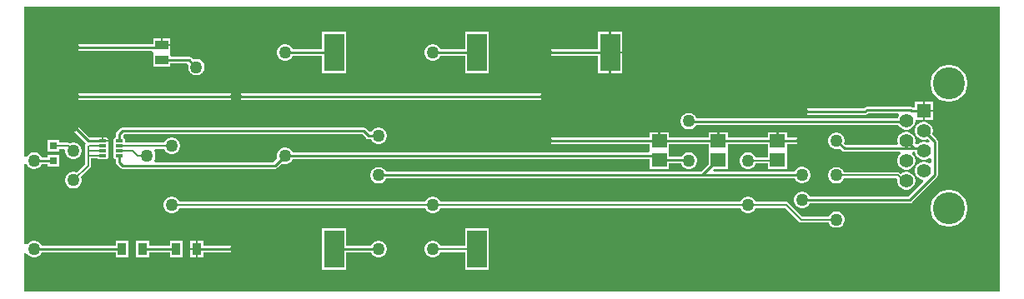
<source format=gtl>
G04*
G04 #@! TF.GenerationSoftware,Altium Limited,Altium Designer,25.2.1 (25)*
G04*
G04 Layer_Physical_Order=1*
G04 Layer_Color=255*
%FSLAX45Y45*%
%MOMM*%
G71*
G04*
G04 #@! TF.SameCoordinates,8265950A-D21A-4FE0-9DEA-03CE8DDB5557*
G04*
G04*
G04 #@! TF.FilePolarity,Positive*
G04*
G01*
G75*
%ADD14C,0.25400*%
%ADD15R,2.03000X3.80000*%
%ADD16R,1.55000X1.35000*%
G04:AMPARAMS|DCode=17|XSize=0.76mm|YSize=0.32mm|CornerRadius=0.04mm|HoleSize=0mm|Usage=FLASHONLY|Rotation=0.000|XOffset=0mm|YOffset=0mm|HoleType=Round|Shape=RoundedRectangle|*
%AMROUNDEDRECTD17*
21,1,0.76000,0.24000,0,0,0.0*
21,1,0.68000,0.32000,0,0,0.0*
1,1,0.08000,0.34000,-0.12000*
1,1,0.08000,-0.34000,-0.12000*
1,1,0.08000,-0.34000,0.12000*
1,1,0.08000,0.34000,0.12000*
%
%ADD17ROUNDEDRECTD17*%
%ADD18R,0.80000X0.80000*%
%ADD19R,1.35000X0.95000*%
%ADD20R,0.90000X1.30000*%
%ADD23C,3.25000*%
%ADD24R,1.39000X1.39000*%
%ADD25C,1.39000*%
%ADD27C,0.20320*%
%ADD28C,1.27000*%
G36*
X9953990Y64680D02*
X53990D01*
Y454457D01*
X57149Y456714D01*
X83933Y450964D01*
X99539Y435358D01*
X118652Y424323D01*
X139970Y418611D01*
X162040D01*
X183359Y424323D01*
X202472Y435358D01*
X218078Y450964D01*
X228355Y468764D01*
X979680D01*
Y414680D01*
X1110320D01*
Y585320D01*
X979680D01*
Y536098D01*
X228355D01*
X218078Y553898D01*
X202472Y569504D01*
X183359Y580539D01*
X162040Y586251D01*
X139970D01*
X118652Y580539D01*
X99539Y569504D01*
X83933Y553898D01*
X57149Y548148D01*
X53990Y550405D01*
Y1359801D01*
X74310Y1363459D01*
X82927Y1348533D01*
X98533Y1332927D01*
X117647Y1321892D01*
X138965Y1316180D01*
X161035D01*
X182353Y1321892D01*
X201467Y1332927D01*
X217073Y1348533D01*
X227349Y1366333D01*
X289680D01*
Y1339680D01*
X410320D01*
Y1460320D01*
X289680D01*
Y1433667D01*
X227350D01*
X217073Y1451467D01*
X201467Y1467073D01*
X182353Y1478108D01*
X161035Y1483820D01*
X138965D01*
X117647Y1478108D01*
X98533Y1467073D01*
X82927Y1451467D01*
X74310Y1436541D01*
X53990Y1440199D01*
Y2964680D01*
X9953990D01*
Y64680D01*
D02*
G37*
%LPC*%
G36*
X1537820Y2642820D02*
X1460159D01*
Y2585160D01*
X1537820D01*
Y2642820D01*
D02*
G37*
G36*
X4771820Y2710320D02*
X4528180D01*
Y2533667D01*
X4277349D01*
X4267073Y2551467D01*
X4251467Y2567073D01*
X4232353Y2578108D01*
X4211035Y2583820D01*
X4188965D01*
X4167647Y2578108D01*
X4148533Y2567073D01*
X4132927Y2551467D01*
X4121892Y2532353D01*
X4116180Y2511035D01*
Y2488965D01*
X4121892Y2467647D01*
X4132927Y2448533D01*
X4148533Y2432927D01*
X4167647Y2421892D01*
X4188965Y2416180D01*
X4211035D01*
X4232353Y2421892D01*
X4251467Y2432927D01*
X4267073Y2448533D01*
X4277349Y2466333D01*
X4528180D01*
Y2289680D01*
X4771820D01*
Y2710320D01*
D02*
G37*
G36*
X3321820D02*
X3078180D01*
Y2533667D01*
X2777349D01*
X2767073Y2551467D01*
X2751467Y2567073D01*
X2732353Y2578108D01*
X2711035Y2583820D01*
X2688965D01*
X2667647Y2578108D01*
X2648533Y2567073D01*
X2632927Y2551467D01*
X2621892Y2532353D01*
X2616180Y2511035D01*
Y2488965D01*
X2621892Y2467647D01*
X2632927Y2448533D01*
X2648533Y2432927D01*
X2667647Y2421892D01*
X2688965Y2416180D01*
X2711035D01*
X2732353Y2421892D01*
X2751467Y2432927D01*
X2767073Y2448533D01*
X2777349Y2466333D01*
X3078180D01*
Y2289680D01*
X3321820D01*
Y2710320D01*
D02*
G37*
G36*
X6121820D02*
X6010160D01*
Y2510160D01*
X6121820D01*
Y2710320D01*
D02*
G37*
G36*
Y2489840D02*
X6010160D01*
Y2289680D01*
X6121820D01*
Y2489840D01*
D02*
G37*
G36*
X5989840Y2710320D02*
X5878180D01*
Y2533667D01*
X5350000D01*
X5337116Y2531104D01*
X5326194Y2523806D01*
X5318896Y2512884D01*
X5316333Y2500000D01*
X5318896Y2487116D01*
X5326194Y2476194D01*
X5337116Y2468896D01*
X5350000Y2466333D01*
X5878180D01*
Y2289680D01*
X5989840D01*
Y2500000D01*
Y2710320D01*
D02*
G37*
G36*
X1439839Y2642820D02*
X1362180D01*
Y2583667D01*
X550000D01*
X537116Y2581104D01*
X526194Y2573806D01*
X518896Y2562884D01*
X516333Y2550000D01*
X518896Y2537116D01*
X526194Y2526194D01*
X537116Y2518896D01*
X550000Y2516333D01*
X1343182D01*
X1362180Y2496013D01*
X1362180Y2486860D01*
Y2357180D01*
X1537820D01*
Y2391333D01*
X1705851D01*
X1719827Y2374647D01*
X1716180Y2361035D01*
Y2338965D01*
X1721892Y2317647D01*
X1732927Y2298533D01*
X1748533Y2282927D01*
X1767647Y2271892D01*
X1788965Y2266180D01*
X1811035D01*
X1832353Y2271892D01*
X1851467Y2282927D01*
X1867073Y2298533D01*
X1878108Y2317647D01*
X1883820Y2338965D01*
Y2361035D01*
X1878108Y2382353D01*
X1867073Y2401467D01*
X1851467Y2417073D01*
X1832353Y2428108D01*
X1811035Y2433820D01*
X1788965D01*
X1769112Y2428501D01*
X1748806Y2448806D01*
X1737884Y2456104D01*
X1725000Y2458667D01*
X1552188D01*
X1537820Y2473035D01*
X1537820Y2507180D01*
X1537820Y2513140D01*
Y2564840D01*
X1449999D01*
Y2575000D01*
X1439839D01*
Y2642820D01*
D02*
G37*
G36*
X5350000Y2083667D02*
X550000D01*
X537116Y2081104D01*
X526194Y2073806D01*
X518896Y2062884D01*
X516333Y2050000D01*
X518896Y2037116D01*
X526194Y2026194D01*
X537116Y2018896D01*
X550000Y2016333D01*
X5350000D01*
X5362884Y2018896D01*
X5373806Y2026194D01*
X5381104Y2037116D01*
X5383667Y2050000D01*
X5381104Y2062884D01*
X5373806Y2073806D01*
X5362884Y2081104D01*
X5350000Y2083667D01*
D02*
G37*
G36*
X9459806Y2372900D02*
X9422793D01*
X9386492Y2365679D01*
X9352296Y2351515D01*
X9321521Y2330951D01*
X9295348Y2304779D01*
X9274785Y2274004D01*
X9260621Y2239808D01*
X9253400Y2203506D01*
Y2166494D01*
X9260621Y2130192D01*
X9274785Y2095996D01*
X9295348Y2065221D01*
X9321521Y2039049D01*
X9352296Y2018485D01*
X9386492Y2004321D01*
X9422793Y1997100D01*
X9459806D01*
X9496108Y2004321D01*
X9530304Y2018485D01*
X9561079Y2039049D01*
X9587251Y2065221D01*
X9607815Y2095996D01*
X9621979Y2130192D01*
X9629200Y2166494D01*
Y2203506D01*
X9621979Y2239808D01*
X9607815Y2274004D01*
X9587251Y2304779D01*
X9561079Y2330951D01*
X9530304Y2351515D01*
X9496108Y2365679D01*
X9459806Y2372900D01*
D02*
G37*
G36*
X9177140Y1995420D02*
X9097480D01*
Y1941501D01*
X9068753D01*
X9066953Y1942704D01*
X9054069Y1945267D01*
X8606301D01*
X8593417Y1942704D01*
X8582495Y1935406D01*
X8580756Y1933667D01*
X7950000D01*
X7937116Y1931104D01*
X7926194Y1923806D01*
X7918896Y1912884D01*
X7916333Y1900000D01*
X7918896Y1887116D01*
X7926194Y1876194D01*
X7937116Y1868896D01*
X7950000Y1866333D01*
X8594701D01*
X8607585Y1868896D01*
X8618507Y1876194D01*
X8620246Y1877933D01*
X8927671D01*
X8934979Y1864146D01*
X8936738Y1857613D01*
X8925801Y1838669D01*
X8924032Y1832067D01*
X6878185D01*
X6878108Y1832353D01*
X6867073Y1851467D01*
X6851467Y1867073D01*
X6832353Y1878108D01*
X6811035Y1883820D01*
X6788965D01*
X6767647Y1878108D01*
X6748533Y1867073D01*
X6732927Y1851467D01*
X6721892Y1832353D01*
X6716180Y1811035D01*
Y1788965D01*
X6721892Y1767647D01*
X6732927Y1748533D01*
X6748533Y1732927D01*
X6767647Y1721892D01*
X6788965Y1716180D01*
X6811035D01*
X6832353Y1721892D01*
X6851467Y1732927D01*
X6867073Y1748533D01*
X6876426Y1764733D01*
X8928456D01*
X8937626Y1748849D01*
X8954349Y1732126D01*
X8974831Y1720301D01*
X8997675Y1714180D01*
X9021325D01*
X9044169Y1720301D01*
X9064651Y1732126D01*
X9081374Y1748849D01*
X9093199Y1769331D01*
X9099320Y1792175D01*
Y1815780D01*
X9177140D01*
Y1905600D01*
Y1995420D01*
D02*
G37*
G36*
X9277120D02*
X9197460D01*
Y1915760D01*
X9277120D01*
Y1995420D01*
D02*
G37*
G36*
Y1895440D02*
X9197460D01*
Y1815780D01*
X9277120D01*
Y1895440D01*
D02*
G37*
G36*
X3661035Y1733820D02*
X3638965D01*
X3617647Y1728108D01*
X3598533Y1717073D01*
X3582927Y1701467D01*
X3578868Y1694436D01*
X3555536Y1692077D01*
X3523806Y1723806D01*
X3512884Y1731104D01*
X3500000Y1733667D01*
X1050000D01*
X1037116Y1731104D01*
X1026194Y1723806D01*
X993194Y1690806D01*
X985896Y1679884D01*
X983333Y1667000D01*
Y1636797D01*
X983000D01*
X973511Y1634909D01*
X965466Y1629534D01*
X960091Y1621489D01*
X958204Y1612000D01*
Y1588000D01*
X960091Y1578511D01*
X962437Y1575000D01*
X960091Y1571489D01*
X958204Y1562000D01*
Y1538000D01*
X960091Y1528511D01*
X962437Y1525000D01*
X960091Y1521489D01*
X958204Y1512000D01*
Y1488000D01*
X960091Y1478511D01*
X962437Y1475000D01*
X960091Y1471489D01*
X958204Y1462000D01*
Y1438000D01*
X960091Y1428511D01*
X965466Y1420466D01*
X973511Y1415091D01*
X983000Y1413203D01*
X983333D01*
Y1383000D01*
X985896Y1370116D01*
X993194Y1359194D01*
X1026194Y1326194D01*
X1037116Y1318896D01*
X1050000Y1316333D01*
X2600000D01*
X2612884Y1318896D01*
X2623806Y1326194D01*
X2669112Y1371499D01*
X2688965Y1366180D01*
X2711035D01*
X2732353Y1371892D01*
X2751467Y1382927D01*
X2767073Y1398533D01*
X2777349Y1416333D01*
X6402180D01*
Y1314680D01*
X6597820D01*
Y1368833D01*
X6721574D01*
X6721892Y1367647D01*
X6732927Y1348533D01*
X6748533Y1332927D01*
X6767647Y1321892D01*
X6788965Y1316180D01*
X6811035D01*
X6832353Y1321892D01*
X6851467Y1332927D01*
X6867073Y1348533D01*
X6878108Y1367647D01*
X6883820Y1388965D01*
Y1411035D01*
X6878108Y1432353D01*
X6867073Y1451467D01*
X6851467Y1467073D01*
X6832353Y1478108D01*
X6811035Y1483820D01*
X6788965D01*
X6767647Y1478108D01*
X6748533Y1467073D01*
X6732927Y1451467D01*
X6724094Y1436167D01*
X6597820D01*
Y1489360D01*
X6597820Y1490320D01*
Y1509680D01*
X6597820Y1510640D01*
Y1563833D01*
X7002180D01*
Y1510640D01*
X7002180Y1509680D01*
Y1490320D01*
X7002180Y1489360D01*
Y1362292D01*
X6925155Y1285267D01*
X3726426D01*
X3717073Y1301467D01*
X3701467Y1317073D01*
X3682353Y1328108D01*
X3661035Y1333820D01*
X3638965D01*
X3617647Y1328108D01*
X3598533Y1317073D01*
X3582927Y1301467D01*
X3571892Y1282353D01*
X3566180Y1261035D01*
Y1238965D01*
X3571892Y1217647D01*
X3582927Y1198533D01*
X3598533Y1182927D01*
X3617647Y1171892D01*
X3638965Y1166180D01*
X3661035D01*
X3682353Y1171892D01*
X3701467Y1182927D01*
X3717073Y1198533D01*
X3728108Y1217647D01*
X3728185Y1217933D01*
X7871051D01*
X7881327Y1200133D01*
X7896933Y1184527D01*
X7916047Y1173492D01*
X7937365Y1167780D01*
X7959435D01*
X7980753Y1173492D01*
X7999867Y1184527D01*
X8015473Y1200133D01*
X8026508Y1219247D01*
X8032220Y1240565D01*
Y1262635D01*
X8026508Y1283953D01*
X8015473Y1303067D01*
X7999867Y1318673D01*
X7980753Y1329708D01*
X7959435Y1335420D01*
X7937365D01*
X7916047Y1329708D01*
X7896933Y1318673D01*
X7881327Y1303067D01*
X7871051Y1285267D01*
X7057881D01*
X7047965Y1305587D01*
X7055062Y1314680D01*
X7197820D01*
Y1489360D01*
X7197820Y1490320D01*
Y1509680D01*
X7197820Y1510640D01*
Y1563833D01*
X7602180D01*
Y1510640D01*
X7602180Y1509680D01*
Y1490320D01*
X7602180Y1489360D01*
Y1431077D01*
X7478450D01*
X7478108Y1432353D01*
X7467073Y1451467D01*
X7451467Y1467073D01*
X7432353Y1478108D01*
X7411035Y1483820D01*
X7388965D01*
X7367647Y1478108D01*
X7348533Y1467073D01*
X7332927Y1451467D01*
X7321892Y1432353D01*
X7316180Y1411035D01*
Y1388965D01*
X7321892Y1367647D01*
X7332927Y1348533D01*
X7348533Y1332927D01*
X7367647Y1321892D01*
X7388965Y1316180D01*
X7411035D01*
X7432353Y1321892D01*
X7451467Y1332927D01*
X7467073Y1348533D01*
X7478108Y1367647D01*
X7478450Y1368923D01*
X7602180D01*
Y1314680D01*
X7797820D01*
Y1489360D01*
X7797820Y1490320D01*
Y1509680D01*
X7797820Y1510640D01*
Y1566333D01*
X7950000D01*
X7962884Y1568896D01*
X7973806Y1576194D01*
X7981104Y1587116D01*
X7983667Y1600000D01*
X7981104Y1612884D01*
X7973806Y1623806D01*
X7962884Y1631104D01*
X7950000Y1633667D01*
X7797820D01*
Y1685320D01*
X7710160D01*
Y1597500D01*
X7689840D01*
Y1685320D01*
X7602180D01*
Y1631167D01*
X7197820D01*
Y1685320D01*
X7110160D01*
Y1597500D01*
X7089840D01*
Y1685320D01*
X7002180D01*
Y1631167D01*
X6597820D01*
Y1685320D01*
X6510160D01*
Y1597500D01*
X6489840D01*
Y1685320D01*
X6402180D01*
Y1633667D01*
X5350000D01*
X5337116Y1631104D01*
X5326194Y1623806D01*
X5318896Y1612884D01*
X5316333Y1600000D01*
X5318896Y1587116D01*
X5326194Y1576194D01*
X5337116Y1568896D01*
X5350000Y1566333D01*
X6402180D01*
Y1510640D01*
X6402180Y1509680D01*
Y1490320D01*
X6384218Y1483667D01*
X2777349D01*
X2767073Y1501467D01*
X2751467Y1517073D01*
X2732353Y1528108D01*
X2711035Y1533820D01*
X2688965D01*
X2667647Y1528108D01*
X2648533Y1517073D01*
X2632927Y1501467D01*
X2621892Y1482353D01*
X2616180Y1461035D01*
Y1438965D01*
X2621499Y1419112D01*
X2586055Y1383667D01*
X1378537D01*
X1370222Y1403987D01*
X1378108Y1417647D01*
X1383820Y1438965D01*
Y1461035D01*
X1378108Y1482353D01*
X1368726Y1498603D01*
X1372094Y1509237D01*
X1378354Y1518923D01*
X1471550D01*
X1471892Y1517647D01*
X1482927Y1498533D01*
X1498533Y1482927D01*
X1517647Y1471892D01*
X1538965Y1466180D01*
X1561035D01*
X1582353Y1471892D01*
X1601467Y1482927D01*
X1617073Y1498533D01*
X1628108Y1517647D01*
X1633820Y1538965D01*
Y1561035D01*
X1628108Y1582353D01*
X1617073Y1601467D01*
X1601467Y1617073D01*
X1582353Y1628108D01*
X1561035Y1633820D01*
X1538965D01*
X1517647Y1628108D01*
X1498533Y1617073D01*
X1482927Y1601467D01*
X1471892Y1582353D01*
X1471550Y1581077D01*
X1081478D01*
X1075796Y1588000D01*
Y1612000D01*
X1073909Y1621489D01*
X1068534Y1629534D01*
X1063625Y1632814D01*
X1060340Y1649533D01*
X1060281Y1655238D01*
X1070219Y1666333D01*
X3486055D01*
X3524594Y1627794D01*
X3535516Y1620496D01*
X3548400Y1617933D01*
X3571816D01*
X3571892Y1617647D01*
X3582927Y1598533D01*
X3598533Y1582927D01*
X3617647Y1571892D01*
X3638965Y1566180D01*
X3661035D01*
X3682353Y1571892D01*
X3701467Y1582927D01*
X3717073Y1598533D01*
X3728108Y1617647D01*
X3733820Y1638965D01*
Y1661035D01*
X3728108Y1682353D01*
X3717073Y1701467D01*
X3701467Y1717073D01*
X3682353Y1728108D01*
X3661035Y1733820D01*
D02*
G37*
G36*
X884000Y1636797D02*
X860160D01*
Y1610160D01*
X908797D01*
Y1612000D01*
X906909Y1621489D01*
X901534Y1629534D01*
X893489Y1634909D01*
X884000Y1636797D01*
D02*
G37*
G36*
X9199125Y1792220D02*
X9175475D01*
X9152631Y1786099D01*
X9132149Y1774274D01*
X9115426Y1757551D01*
X9103601Y1737069D01*
X9097480Y1714225D01*
Y1690575D01*
X9103601Y1667731D01*
X9115426Y1647249D01*
X9132149Y1630526D01*
X9152631Y1618701D01*
X9175475Y1612580D01*
X9199125D01*
X9221969Y1618701D01*
X9222868Y1619220D01*
X9251241Y1590846D01*
X9250679Y1589787D01*
X9223549Y1581986D01*
X9221969Y1582899D01*
X9199125Y1589020D01*
X9175475D01*
X9152631Y1582899D01*
X9132149Y1571074D01*
X9123839Y1562764D01*
X9112495Y1563811D01*
X9098025Y1584143D01*
X9099320Y1588975D01*
Y1612625D01*
X9093199Y1635469D01*
X9081374Y1655951D01*
X9064651Y1672674D01*
X9044169Y1684499D01*
X9021325Y1690620D01*
X8997675D01*
X8974831Y1684499D01*
X8954349Y1672674D01*
X8937626Y1655951D01*
X8925801Y1635469D01*
X8919680Y1612625D01*
Y1588975D01*
X8923445Y1574923D01*
X8910983Y1554603D01*
X8393009D01*
X8378500Y1569112D01*
X8383820Y1588965D01*
Y1611035D01*
X8378108Y1632353D01*
X8367073Y1651467D01*
X8351467Y1667073D01*
X8332353Y1678108D01*
X8311035Y1683820D01*
X8288965D01*
X8267647Y1678108D01*
X8248533Y1667073D01*
X8232927Y1651467D01*
X8221892Y1632353D01*
X8216180Y1611035D01*
Y1588965D01*
X8221892Y1567647D01*
X8232927Y1548533D01*
X8248533Y1532927D01*
X8267647Y1521892D01*
X8288965Y1516180D01*
X8311035D01*
X8330888Y1521500D01*
X8355258Y1497130D01*
X8366180Y1489832D01*
X8379064Y1487269D01*
X8944532D01*
X8949994Y1477368D01*
X8951825Y1466949D01*
X8937626Y1452751D01*
X8925801Y1432269D01*
X8919680Y1409425D01*
Y1385775D01*
X8925801Y1362931D01*
X8937626Y1342449D01*
X8954349Y1325726D01*
X8974831Y1313901D01*
X8997675Y1307780D01*
X9021325D01*
X9044169Y1313901D01*
X9064651Y1325726D01*
X9081374Y1342449D01*
X9093199Y1362931D01*
X9099320Y1385775D01*
Y1409425D01*
X9093199Y1432269D01*
X9081374Y1452751D01*
X9067175Y1466949D01*
X9069006Y1477368D01*
X9074468Y1487269D01*
X9097508D01*
X9103601Y1464531D01*
X9115426Y1444049D01*
X9132149Y1427326D01*
X9152631Y1415501D01*
X9175475Y1409380D01*
X9199125D01*
X9221969Y1415501D01*
X9240913Y1426438D01*
X9247446Y1424679D01*
X9261233Y1417371D01*
Y1377829D01*
X9247446Y1370521D01*
X9240913Y1368762D01*
X9221969Y1379699D01*
X9199125Y1385820D01*
X9175475D01*
X9152631Y1379699D01*
X9132149Y1367874D01*
X9115426Y1351151D01*
X9103601Y1330669D01*
X9097480Y1307825D01*
Y1284175D01*
X9103601Y1261331D01*
X9115426Y1240849D01*
X9132149Y1224126D01*
X9152631Y1212301D01*
X9173759Y1206640D01*
X9177135Y1200775D01*
X9181717Y1185860D01*
X9029524Y1033667D01*
X8027349D01*
X8017073Y1051467D01*
X8001467Y1067073D01*
X7982353Y1078108D01*
X7961035Y1083820D01*
X7938965D01*
X7917647Y1078108D01*
X7898533Y1067073D01*
X7882927Y1051467D01*
X7871892Y1032353D01*
X7866180Y1011035D01*
Y988965D01*
X7871892Y967647D01*
X7882927Y948533D01*
X7898533Y932927D01*
X7917647Y921892D01*
X7938965Y916180D01*
X7961035D01*
X7982353Y921892D01*
X8001467Y932927D01*
X8017073Y948533D01*
X8027349Y966333D01*
X9043469D01*
X9056353Y968896D01*
X9067275Y976194D01*
X9318706Y1227625D01*
X9326004Y1238547D01*
X9328567Y1251431D01*
Y1594800D01*
X9326004Y1607684D01*
X9318706Y1618606D01*
X9270480Y1666832D01*
X9270999Y1667731D01*
X9277120Y1690575D01*
Y1714225D01*
X9270999Y1737069D01*
X9259174Y1757551D01*
X9242451Y1774274D01*
X9221969Y1786099D01*
X9199125Y1792220D01*
D02*
G37*
G36*
X410320Y1610320D02*
X289680D01*
Y1489680D01*
X410320D01*
Y1518923D01*
X460127D01*
X466180Y1511035D01*
Y1488965D01*
X471892Y1467647D01*
X482927Y1448533D01*
X498533Y1432927D01*
X517647Y1421892D01*
X538965Y1416180D01*
X561035D01*
X582353Y1421892D01*
X601467Y1432927D01*
X617073Y1448533D01*
X628108Y1467647D01*
X633820Y1488965D01*
Y1511035D01*
X628108Y1532353D01*
X617073Y1551467D01*
X601467Y1567073D01*
X582353Y1578108D01*
X561035Y1583820D01*
X538965D01*
X517647Y1578108D01*
X515045Y1576606D01*
X511893Y1578712D01*
X500000Y1581077D01*
X410320D01*
Y1610320D01*
D02*
G37*
G36*
X550000Y1783667D02*
X537116Y1781104D01*
X526194Y1773806D01*
X518896Y1762884D01*
X516333Y1750000D01*
X518896Y1737116D01*
X526194Y1726194D01*
X676194Y1576194D01*
X673618Y1553476D01*
X671288Y1549990D01*
X668923Y1538097D01*
Y1488097D01*
Y1362873D01*
X583497Y1277447D01*
X582353Y1278108D01*
X561035Y1283820D01*
X538965D01*
X517647Y1278108D01*
X498533Y1267073D01*
X482927Y1251467D01*
X471892Y1232353D01*
X466180Y1211035D01*
Y1188965D01*
X471892Y1167647D01*
X482927Y1148533D01*
X498533Y1132927D01*
X517647Y1121892D01*
X538965Y1116180D01*
X561035D01*
X582353Y1121892D01*
X601467Y1132927D01*
X617073Y1148533D01*
X628108Y1167647D01*
X633820Y1188965D01*
Y1211035D01*
X628108Y1232353D01*
X627447Y1233497D01*
X721975Y1328025D01*
X728712Y1338107D01*
X731077Y1350000D01*
Y1418923D01*
X800776D01*
X806511Y1415091D01*
X816000Y1413203D01*
X884000D01*
X893489Y1415091D01*
X901534Y1420466D01*
X906909Y1428511D01*
X908797Y1438000D01*
Y1462000D01*
X906909Y1471489D01*
X904563Y1475000D01*
X906909Y1478511D01*
X908797Y1488000D01*
Y1512000D01*
X906909Y1521489D01*
X904563Y1525000D01*
X906909Y1528511D01*
X908797Y1538000D01*
Y1562000D01*
X906909Y1571489D01*
X904563Y1575000D01*
X906909Y1578511D01*
X908797Y1588000D01*
Y1589840D01*
X850000D01*
Y1600000D01*
X839840D01*
Y1636797D01*
X816000D01*
X806511Y1634909D01*
X804652Y1633667D01*
X713945D01*
X573806Y1773806D01*
X562884Y1781104D01*
X550000Y1783667D01*
D02*
G37*
G36*
X8311035Y1333820D02*
X8288965D01*
X8267647Y1328108D01*
X8248533Y1317073D01*
X8232927Y1301467D01*
X8221892Y1282353D01*
X8216180Y1261035D01*
Y1238965D01*
X8221892Y1217647D01*
X8232927Y1198533D01*
X8248533Y1182927D01*
X8267647Y1171892D01*
X8288965Y1166180D01*
X8311035D01*
X8332353Y1171892D01*
X8351467Y1182927D01*
X8367073Y1198533D01*
X8378108Y1217647D01*
X8378450Y1218923D01*
X8904243D01*
X8919680Y1206225D01*
Y1182575D01*
X8925801Y1159731D01*
X8937626Y1139249D01*
X8954349Y1122526D01*
X8974831Y1110701D01*
X8997675Y1104580D01*
X9021325D01*
X9044169Y1110701D01*
X9064651Y1122526D01*
X9081374Y1139249D01*
X9093199Y1159731D01*
X9099320Y1182575D01*
Y1206225D01*
X9093199Y1229069D01*
X9081374Y1249551D01*
X9064651Y1266274D01*
X9044169Y1278099D01*
X9021325Y1284220D01*
X8997675D01*
X8974831Y1278099D01*
X8954349Y1266274D01*
X8952866Y1264791D01*
X8945682Y1271975D01*
X8935600Y1278712D01*
X8923707Y1281077D01*
X8378450D01*
X8378108Y1282353D01*
X8367073Y1301467D01*
X8351467Y1317073D01*
X8332353Y1328108D01*
X8311035Y1333820D01*
D02*
G37*
G36*
X7411035Y1033820D02*
X7388965D01*
X7367647Y1028108D01*
X7348533Y1017073D01*
X7332927Y1001467D01*
X7321892Y982353D01*
X7321550Y981077D01*
X4278450D01*
X4278108Y982353D01*
X4267073Y1001467D01*
X4251467Y1017073D01*
X4232353Y1028108D01*
X4211035Y1033820D01*
X4188965D01*
X4167647Y1028108D01*
X4148533Y1017073D01*
X4132927Y1001467D01*
X4121892Y982353D01*
X4121550Y981077D01*
X1628450D01*
X1628108Y982353D01*
X1617073Y1001467D01*
X1601467Y1017073D01*
X1582353Y1028108D01*
X1561035Y1033820D01*
X1538965D01*
X1517647Y1028108D01*
X1498533Y1017073D01*
X1482927Y1001467D01*
X1471892Y982353D01*
X1466180Y961035D01*
Y938965D01*
X1471892Y917647D01*
X1482927Y898533D01*
X1498533Y882927D01*
X1517647Y871892D01*
X1538965Y866180D01*
X1561035D01*
X1582353Y871892D01*
X1601467Y882927D01*
X1617073Y898533D01*
X1628108Y917647D01*
X1628450Y918923D01*
X4121550D01*
X4121892Y917647D01*
X4132927Y898533D01*
X4148533Y882927D01*
X4167647Y871892D01*
X4188965Y866180D01*
X4211035D01*
X4232353Y871892D01*
X4251467Y882927D01*
X4267073Y898533D01*
X4278108Y917647D01*
X4278450Y918923D01*
X7321550D01*
X7321892Y917647D01*
X7332927Y898533D01*
X7348533Y882927D01*
X7367647Y871892D01*
X7388965Y866180D01*
X7411035D01*
X7432353Y871892D01*
X7451467Y882927D01*
X7467073Y898533D01*
X7478108Y917647D01*
X7478450Y918923D01*
X7776561D01*
X7917459Y778025D01*
X7927541Y771288D01*
X7939434Y768923D01*
X8221550D01*
X8221892Y767647D01*
X8232927Y748533D01*
X8248533Y732927D01*
X8267647Y721892D01*
X8288965Y716180D01*
X8311035D01*
X8332353Y721892D01*
X8351467Y732927D01*
X8367073Y748533D01*
X8378108Y767647D01*
X8383820Y788965D01*
Y811035D01*
X8378108Y832353D01*
X8367073Y851467D01*
X8351467Y867073D01*
X8332353Y878108D01*
X8311035Y883820D01*
X8288965D01*
X8267647Y878108D01*
X8248533Y867073D01*
X8232927Y851467D01*
X8221892Y832353D01*
X8221550Y831077D01*
X7952306D01*
X7811409Y971975D01*
X7801327Y978712D01*
X7789434Y981077D01*
X7478450D01*
X7478108Y982353D01*
X7467073Y1001467D01*
X7451467Y1017073D01*
X7432353Y1028108D01*
X7411035Y1033820D01*
D02*
G37*
G36*
X9459806Y1102900D02*
X9422793D01*
X9386492Y1095679D01*
X9352296Y1081515D01*
X9321521Y1060951D01*
X9295348Y1034779D01*
X9274785Y1004004D01*
X9260621Y969808D01*
X9253400Y933506D01*
Y896494D01*
X9260621Y860192D01*
X9274785Y825996D01*
X9295348Y795221D01*
X9321521Y769048D01*
X9352296Y748485D01*
X9386492Y734321D01*
X9422793Y727100D01*
X9459806D01*
X9496108Y734321D01*
X9530304Y748485D01*
X9561079Y769048D01*
X9587251Y795221D01*
X9607815Y825996D01*
X9621979Y860192D01*
X9629200Y896494D01*
Y933506D01*
X9621979Y969808D01*
X9607815Y1004004D01*
X9587251Y1034779D01*
X9561079Y1060951D01*
X9530304Y1081515D01*
X9496108Y1095679D01*
X9459806Y1102900D01*
D02*
G37*
G36*
X1660320Y585320D02*
X1529680D01*
Y533667D01*
X1320320D01*
Y585320D01*
X1189680D01*
Y414680D01*
X1320320D01*
Y466333D01*
X1529680D01*
Y414680D01*
X1660320D01*
Y585320D01*
D02*
G37*
G36*
X4771820Y710320D02*
X4528180D01*
Y531077D01*
X4278450D01*
X4278108Y532353D01*
X4267073Y551467D01*
X4251467Y567073D01*
X4232353Y578108D01*
X4211035Y583820D01*
X4188965D01*
X4167647Y578108D01*
X4148533Y567073D01*
X4132927Y551467D01*
X4121892Y532353D01*
X4116180Y511035D01*
Y488965D01*
X4121892Y467647D01*
X4132927Y448533D01*
X4148533Y432927D01*
X4167647Y421892D01*
X4188965Y416180D01*
X4211035D01*
X4232353Y421892D01*
X4251467Y432927D01*
X4267073Y448533D01*
X4278108Y467647D01*
X4278450Y468923D01*
X4528180D01*
Y289680D01*
X4771820D01*
Y710320D01*
D02*
G37*
G36*
X1794840Y585320D02*
X1739680D01*
Y510160D01*
X1794840D01*
Y585320D01*
D02*
G37*
G36*
X3321820Y710320D02*
X3078180D01*
Y289680D01*
X3321820D01*
Y466333D01*
X3572651D01*
X3582927Y448533D01*
X3598533Y432927D01*
X3617647Y421892D01*
X3638965Y416180D01*
X3661035D01*
X3682353Y421892D01*
X3701467Y432927D01*
X3717073Y448533D01*
X3728108Y467647D01*
X3733820Y488965D01*
Y511035D01*
X3728108Y532353D01*
X3717073Y551467D01*
X3701467Y567073D01*
X3682353Y578108D01*
X3661035Y583820D01*
X3638965D01*
X3617647Y578108D01*
X3598533Y567073D01*
X3582927Y551467D01*
X3572651Y533667D01*
X3321820D01*
Y710320D01*
D02*
G37*
G36*
X1870320Y585320D02*
X1815160D01*
Y500000D01*
Y414680D01*
X1870320D01*
Y466333D01*
X2200000D01*
X2212884Y468896D01*
X2223806Y476194D01*
X2231104Y487116D01*
X2233667Y500000D01*
X2231104Y512884D01*
X2223806Y523806D01*
X2212884Y531104D01*
X2200000Y533667D01*
X1870320D01*
Y585320D01*
D02*
G37*
G36*
X1794840Y489840D02*
X1739680D01*
Y414680D01*
X1794840D01*
Y489840D01*
D02*
G37*
%LPD*%
D14*
X3200000Y500000D02*
X3650000D01*
X3548400Y1651600D02*
X3648400D01*
X3650000Y1650000D01*
X3500000Y1700000D02*
X3548400Y1651600D01*
X1050000Y1700000D02*
X3500000D01*
X3650000Y1250000D02*
X3651600Y1251600D01*
X6939100D01*
X7948400D02*
X7950000Y1250000D01*
X6939100Y1251600D02*
X7090000Y1402500D01*
X6939100Y1251600D02*
X7948400D01*
X7090000Y1402500D02*
X7100000D01*
X8300000Y1600000D02*
X8379064Y1520936D01*
X9089364D01*
X4200000Y2500000D02*
X4650000D01*
X1725000Y2425000D02*
X1800000Y2350000D01*
X1450000Y2425000D02*
X1725000D01*
X2200000Y2050000D02*
X5350000D01*
X550000Y2550000D02*
X1425000D01*
X550000Y2050000D02*
X2200000D01*
X550000Y1750000D02*
X700000Y1600000D01*
X2600000Y1350000D02*
X2700000Y1450000D01*
X1050000Y1350000D02*
X2600000D01*
X1017000Y1383000D02*
X1050000Y1350000D01*
X1017000Y1383000D02*
Y1450000D01*
Y1667000D02*
X1050000Y1700000D01*
X1017000Y1600000D02*
Y1667000D01*
X2700000Y1450000D02*
X6452500D01*
X1017000Y1600000D02*
X1020300Y1603300D01*
X9187300Y1702400D02*
X9294900Y1594800D01*
Y1251431D02*
Y1594800D01*
X9043469Y1000000D02*
X9294900Y1251431D01*
X7950000Y1000000D02*
X9043469D01*
X8594701Y1900000D02*
X8606301Y1911600D01*
X9054069D02*
X9057835Y1907834D01*
X9185065D01*
X8606301Y1911600D02*
X9054069D01*
X7950000Y1900000D02*
X8594701D01*
X7702500Y1600000D02*
X7950000D01*
X7700000Y1597500D02*
X7702500Y1600000D01*
X9009100Y1600400D02*
X9009500Y1600800D01*
X9165564Y1520936D02*
X9187300Y1499200D01*
X9089364Y1520936D02*
X9165564D01*
X9009500Y1600800D02*
X9089364Y1520936D01*
X1450000Y2425000D02*
X1475000Y2400000D01*
X9003900Y1798400D02*
X9009500Y1804000D01*
X6801600Y1798400D02*
X9003900D01*
X6800000Y1800000D02*
X6801600Y1798400D01*
X6797500Y1402500D02*
X6800000Y1400000D01*
X6500000Y1402500D02*
X6797500D01*
X6452500Y1450000D02*
X6500000Y1402500D01*
X9185065Y1907834D02*
X9187300Y1905600D01*
X7100000Y1597500D02*
X7700000D01*
X6500000D02*
X7100000D01*
X6497500Y1600000D02*
X6500000Y1597500D01*
X5350000Y1600000D02*
X6497500D01*
X5350000Y2500000D02*
X6000000D01*
X2700000D02*
X3200000D01*
X1425000Y2550000D02*
X1450000Y2575000D01*
X700000Y1600000D02*
X850000D01*
X1805000Y500000D02*
X2200000D01*
X1255000D02*
X1595000D01*
X151005Y502431D02*
X1042569D01*
X1045000Y500000D01*
X150000Y1400000D02*
X150000Y1400000D01*
X350000D01*
D15*
X3200000Y2500000D02*
D03*
X4650000D02*
D03*
X6000000D02*
D03*
X4650000Y500000D02*
D03*
X3200000D02*
D03*
D16*
X6500000Y1597500D02*
D03*
Y1402500D02*
D03*
X7100000Y1597500D02*
D03*
Y1402500D02*
D03*
X7700000Y1597500D02*
D03*
Y1402500D02*
D03*
D17*
X850000Y1600000D02*
D03*
Y1550000D02*
D03*
Y1500000D02*
D03*
Y1450000D02*
D03*
X1017000D02*
D03*
Y1500000D02*
D03*
Y1550000D02*
D03*
Y1600000D02*
D03*
D18*
X350000Y1550000D02*
D03*
Y1400000D02*
D03*
D19*
X1450000Y2425000D02*
D03*
Y2575000D02*
D03*
D20*
X1255000Y500000D02*
D03*
X1045000D02*
D03*
X1805000D02*
D03*
X1595000D02*
D03*
D23*
X9441300Y915000D02*
D03*
Y2185000D02*
D03*
D24*
X9187300Y1905600D02*
D03*
D25*
X9009500Y1804000D02*
D03*
X9187300Y1702400D02*
D03*
X9009500Y1600800D02*
D03*
X9187300Y1499200D02*
D03*
X9009500Y1397600D02*
D03*
X9187300Y1296000D02*
D03*
X9009500Y1194400D02*
D03*
D27*
X1200000Y1450000D02*
X1300000D01*
X1150000Y1500000D02*
X1200000Y1450000D01*
X1017000Y1500000D02*
X1150000D01*
X550000Y1200000D02*
X700000Y1350000D01*
Y1450000D01*
Y1488097D02*
Y1538097D01*
X711903Y1550000D01*
X850000D01*
X700000Y1450000D02*
Y1488097D01*
X711903Y1500000D01*
X850000D01*
X700000Y1450000D02*
X850000D01*
X500000Y1550000D02*
X550000Y1500000D01*
X350000Y1550000D02*
X500000D01*
X8979307Y1194400D02*
X9009500D01*
X8923707Y1250000D02*
X8979307Y1194400D01*
X8300000Y1250000D02*
X8923707D01*
X7939434Y800000D02*
X8300000D01*
X7789434Y950000D02*
X7939434Y800000D01*
X7400000Y950000D02*
X7789434D01*
X7697500Y1400000D02*
X7700000Y1402500D01*
X7400000Y1400000D02*
X7697500D01*
X4200000Y950000D02*
X7400000D01*
X4200000Y500000D02*
X4650000D01*
X1550000Y950000D02*
X4200000D01*
X1017000Y1550000D02*
X1550000D01*
D28*
X3650000Y500000D02*
D03*
Y1650000D02*
D03*
Y1250000D02*
D03*
X8300000Y1600000D02*
D03*
X4200000Y2500000D02*
D03*
X1800000Y2350000D02*
D03*
X550000Y2550000D02*
D03*
Y2050000D02*
D03*
Y1750000D02*
D03*
X1300000Y1450000D02*
D03*
X550000Y1200000D02*
D03*
Y1500000D02*
D03*
X8300000Y1250000D02*
D03*
Y800000D02*
D03*
X7400000Y1400000D02*
D03*
Y950000D02*
D03*
X4200000Y500000D02*
D03*
Y950000D02*
D03*
X1550000D02*
D03*
Y1550000D02*
D03*
X7950000Y1000000D02*
D03*
X7948400Y1251600D02*
D03*
X7950000Y1900000D02*
D03*
Y1600000D02*
D03*
X6800000Y1800000D02*
D03*
Y1400000D02*
D03*
X5350000Y1600000D02*
D03*
Y2500000D02*
D03*
Y2050000D02*
D03*
X2700000Y2500000D02*
D03*
Y1450000D02*
D03*
X2200000Y2050000D02*
D03*
Y500000D02*
D03*
X151005Y502431D02*
D03*
X150000Y1400000D02*
D03*
M02*

</source>
